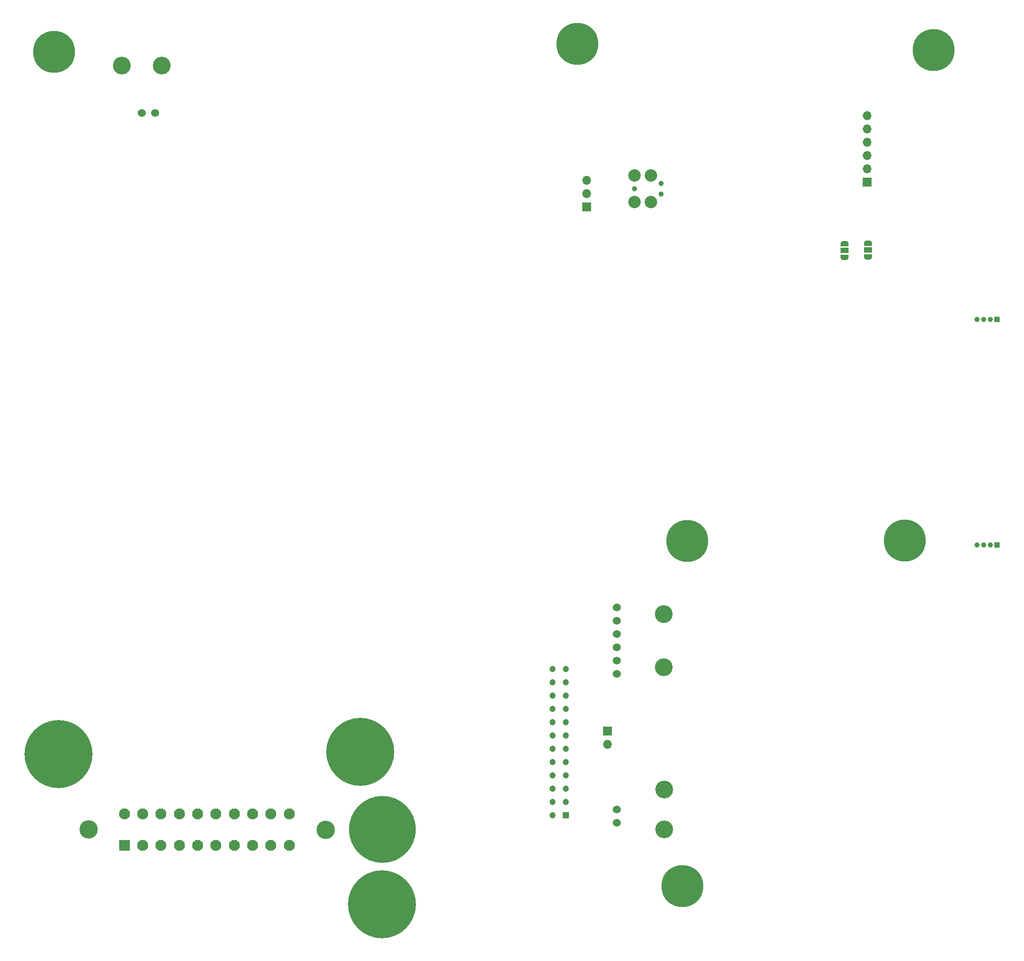
<source format=gbs>
G04 #@! TF.GenerationSoftware,KiCad,Pcbnew,8.0.3*
G04 #@! TF.CreationDate,2024-08-06T18:59:45+01:00*
G04 #@! TF.ProjectId,Tesla Small Drive,5465736c-6120-4536-9d61-6c6c20447269,rev?*
G04 #@! TF.SameCoordinates,Original*
G04 #@! TF.FileFunction,Soldermask,Bot*
G04 #@! TF.FilePolarity,Negative*
%FSLAX46Y46*%
G04 Gerber Fmt 4.6, Leading zero omitted, Abs format (unit mm)*
G04 Created by KiCad (PCBNEW 8.0.3) date 2024-08-06 18:59:45*
%MOMM*%
%LPD*%
G01*
G04 APERTURE LIST*
G04 Aperture macros list*
%AMFreePoly0*
4,1,19,0.550000,-0.750000,0.000000,-0.750000,0.000000,-0.744911,-0.071157,-0.744911,-0.207708,-0.704816,-0.327430,-0.627875,-0.420627,-0.520320,-0.479746,-0.390866,-0.500000,-0.250000,-0.500000,0.250000,-0.479746,0.390866,-0.420627,0.520320,-0.327430,0.627875,-0.207708,0.704816,-0.071157,0.744911,0.000000,0.744911,0.000000,0.750000,0.550000,0.750000,0.550000,-0.750000,0.550000,-0.750000,
$1*%
%AMFreePoly1*
4,1,19,0.000000,0.744911,0.071157,0.744911,0.207708,0.704816,0.327430,0.627875,0.420627,0.520320,0.479746,0.390866,0.500000,0.250000,0.500000,-0.250000,0.479746,-0.390866,0.420627,-0.520320,0.327430,-0.627875,0.207708,-0.704816,0.071157,-0.744911,0.000000,-0.744911,0.000000,-0.750000,-0.550000,-0.750000,-0.550000,0.750000,0.000000,0.750000,0.000000,0.744911,0.000000,0.744911,
$1*%
G04 Aperture macros list end*
%ADD10C,3.400000*%
%ADD11C,1.524000*%
%ADD12C,13.000000*%
%ADD13C,8.000000*%
%ADD14R,1.200000X1.200000*%
%ADD15C,1.200000*%
%ADD16R,1.000000X1.000000*%
%ADD17C,1.000000*%
%ADD18R,1.700000X1.700000*%
%ADD19O,1.700000X1.700000*%
%ADD20C,2.374900*%
%ADD21C,0.990600*%
%ADD22FreePoly0,270.000000*%
%ADD23R,1.500000X1.000000*%
%ADD24FreePoly1,270.000000*%
%ADD25C,3.500000*%
%ADD26C,12.800000*%
%ADD27R,2.100000X2.100000*%
%ADD28C,2.100000*%
G04 APERTURE END LIST*
D10*
G04 #@! TO.C,J6*
X72510000Y-33484000D03*
X64890000Y-33484000D03*
D11*
X71240000Y-42494000D03*
X68700000Y-42494000D03*
G04 #@! TD*
D10*
G04 #@! TO.C,J5*
X168516000Y-179410000D03*
X168516000Y-171790000D03*
D11*
X159506000Y-178140000D03*
X159506000Y-175600000D03*
G04 #@! TD*
D12*
G04 #@! TO.C,H1*
X52800000Y-165000000D03*
G04 #@! TD*
G04 #@! TO.C,H3*
X114600000Y-193700000D03*
G04 #@! TD*
D13*
G04 #@! TO.C,H8*
X214500000Y-124200000D03*
G04 #@! TD*
D14*
G04 #@! TO.C,J3*
X149800000Y-176720000D03*
D15*
X147260000Y-176720000D03*
X149800000Y-174180000D03*
X147260000Y-174180000D03*
X149800000Y-171640000D03*
X147260000Y-171640000D03*
X149800000Y-169100000D03*
X147260000Y-169100000D03*
X149800000Y-166560000D03*
X147260000Y-166560000D03*
X149800000Y-164020000D03*
X147260000Y-164020000D03*
X149800000Y-161480000D03*
X147260000Y-161480000D03*
X149800000Y-158940000D03*
X147260000Y-158940000D03*
X149800000Y-156400000D03*
X147260000Y-156400000D03*
X149800000Y-153860000D03*
X147260000Y-153860000D03*
X149800000Y-151320000D03*
X147260000Y-151320000D03*
X149800000Y-148780000D03*
X147260000Y-148780000D03*
G04 #@! TD*
D12*
G04 #@! TO.C,H2*
X110500000Y-164600000D03*
G04 #@! TD*
D16*
G04 #@! TO.C,IC9*
X232105000Y-125037500D03*
D17*
X230835000Y-125037500D03*
X229565000Y-125037500D03*
X228295000Y-125037500D03*
G04 #@! TD*
D13*
G04 #@! TO.C,H4*
X52000000Y-30800000D03*
G04 #@! TD*
D18*
G04 #@! TO.C,J1*
X153700000Y-60480000D03*
D19*
X153700000Y-57940000D03*
X153700000Y-55400000D03*
G04 #@! TD*
D20*
G04 #@! TO.C,J8*
X162860000Y-54425000D03*
D21*
X162860000Y-56965000D03*
D20*
X162860000Y-59505000D03*
X166035000Y-54425000D03*
X166035000Y-59505000D03*
D21*
X167940000Y-55949000D03*
X167940000Y-57981000D03*
G04 #@! TD*
D18*
G04 #@! TO.C,J9*
X157700000Y-160625000D03*
D19*
X157700000Y-163165000D03*
G04 #@! TD*
D16*
G04 #@! TO.C,IC8*
X232140000Y-82000000D03*
D17*
X230870000Y-82000000D03*
X229600000Y-82000000D03*
X228330000Y-82000000D03*
G04 #@! TD*
D13*
G04 #@! TO.C,H9*
X173000000Y-124300000D03*
G04 #@! TD*
G04 #@! TO.C,H5*
X152000000Y-29300000D03*
G04 #@! TD*
G04 #@! TO.C,H6*
X172000000Y-190300000D03*
G04 #@! TD*
D18*
G04 #@! TO.C,J2*
X207300000Y-55750000D03*
D19*
X207300000Y-53210000D03*
X207300000Y-50670000D03*
X207300000Y-48130000D03*
X207300000Y-45590000D03*
X207300000Y-43050000D03*
G04 #@! TD*
D10*
G04 #@! TO.C,J7*
X168442196Y-148480000D03*
X168492196Y-138320000D03*
D11*
X159502196Y-149740000D03*
X159502196Y-147200000D03*
X159502196Y-144660000D03*
X159502196Y-142120000D03*
X159502196Y-139580000D03*
X159502196Y-137040000D03*
G04 #@! TD*
D13*
G04 #@! TO.C,H7*
X220000000Y-30500000D03*
G04 #@! TD*
D22*
G04 #@! TO.C,JP2*
X203000000Y-67500000D03*
D23*
X203000000Y-68800000D03*
D24*
X203000000Y-70100000D03*
G04 #@! TD*
D22*
G04 #@! TO.C,JP1*
X207500000Y-67400000D03*
D23*
X207500000Y-68700000D03*
D24*
X207500000Y-70000000D03*
G04 #@! TD*
D25*
G04 #@! TO.C,J4*
X58600000Y-179400000D03*
X103900000Y-179500000D03*
D26*
X114700000Y-179400000D03*
D27*
X65400000Y-182500000D03*
D28*
X68900000Y-182500000D03*
X72400000Y-182500000D03*
X75900000Y-182500000D03*
X79400000Y-182500000D03*
X82900000Y-182500000D03*
X86400000Y-182500000D03*
X89900000Y-182500000D03*
X93400000Y-182500000D03*
X96900000Y-182500000D03*
X65400000Y-176500000D03*
X68900000Y-176500000D03*
X72400000Y-176500000D03*
X75900000Y-176500000D03*
X79400000Y-176500000D03*
X82900000Y-176500000D03*
X86400000Y-176500000D03*
X89900000Y-176500000D03*
X93400000Y-176500000D03*
X96900000Y-176500000D03*
G04 #@! TD*
M02*

</source>
